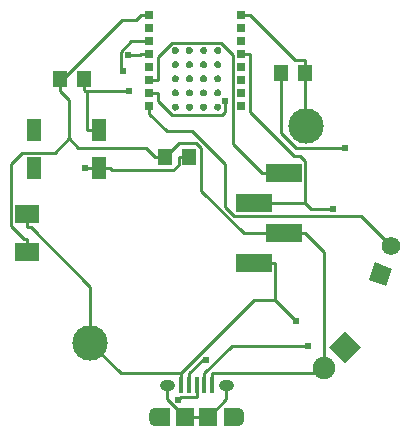
<source format=gtl>
G04 Layer: TopLayer*
G04 EasyEDA v5.9.42, Tue, 16 Apr 2019 11:47:19 GMT*
G04 d50fdd4d9f664dc78ddcbe030e5111f0*
G04 Gerber Generator version 0.2*
G04 Scale: 100 percent, Rotated: No, Reflected: No *
G04 Dimensions in inches *
G04 leading zeros omitted , absolute positions ,2 integer and 4 decimal *
%FSLAX24Y24*%
%MOIN*%
G90*
G70D02*

%ADD11C,0.009000*%
%ADD12C,0.024000*%
%ADD13R,0.120000X0.060000*%
%ADD14R,0.078740X0.063000*%
%ADD15R,0.031500X0.027560*%
%ADD16R,0.045670X0.057087*%
%ADD17R,0.015748X0.053150*%
%ADD18R,0.059055X0.061024*%
%ADD19R,0.051200X0.074800*%
%ADD20C,0.118110*%
%ADD22C,0.074803*%
%ADD24C,0.062000*%
%ADD25C,0.039370*%
%ADD26C,0.037402*%

%LPD*%
G54D11*
G01X5669Y14069D02*
G01X5384Y14069D01*
G01X2700Y11769D02*
G01X2700Y11840D01*
G01X4759Y13901D01*
G01X5215Y13901D01*
G01X5384Y14069D01*
G01X2700Y11769D02*
G01X2700Y11538D01*
G01X2700Y11950D02*
G01X2700Y11769D01*
G01X3005Y9953D02*
G01X3005Y11234D01*
G01X2700Y11538D01*
G01X3005Y9953D02*
G01X2521Y9469D01*
G01X1428Y9469D01*
G01X1067Y9109D01*
G01X1067Y7034D01*
G01X1490Y6611D01*
G01X1600Y6611D01*
G01X5846Y9350D02*
G01X5548Y9648D01*
G01X3309Y9648D01*
G01X3005Y9953D01*
G01X6200Y9350D02*
G01X5846Y9350D01*
G01X6200Y9350D02*
G01X6665Y9815D01*
G01X7226Y9815D01*
G01X7394Y9646D01*
G01X7394Y8215D01*
G01X8811Y6800D01*
G01X10150Y6800D01*
G01X7761Y1734D02*
G01X7761Y2126D01*
G01X7761Y2126D02*
G01X11326Y2126D01*
G01X11496Y2296D01*
G01X10876Y6800D02*
G01X11496Y6178D01*
G01X11496Y2296D01*
G01X10150Y6800D02*
G01X10876Y6800D01*
G01X1600Y6169D02*
G01X1600Y6611D01*
G01X6738Y2126D02*
G01X9169Y4557D01*
G01X9876Y4557D01*
G01X9876Y4557D02*
G01X9876Y5800D01*
G01X10573Y3859D02*
G01X9876Y4557D01*
G01X9150Y5800D02*
G01X9876Y5800D01*
G01X10850Y12150D02*
G01X10850Y12561D01*
G01X10850Y12561D02*
G01X10532Y12561D01*
G01X9023Y14069D01*
G01X10905Y10355D02*
G01X10850Y10409D01*
G01X10850Y12150D01*
G01X8740Y14069D02*
G01X9023Y14069D01*
G01X1600Y6988D02*
G01X1719Y6988D01*
G01X3694Y5011D01*
G01X3694Y3144D01*
G01X1600Y7430D02*
G01X1600Y6988D01*
G01X6738Y1734D02*
G01X6738Y2126D01*
G01X6738Y2126D02*
G01X4713Y2126D01*
G01X3694Y3144D01*
G01X10150Y8800D02*
G01X9423Y8800D01*
G01X5669Y11905D02*
G01X5951Y11905D01*
G01X5951Y11905D02*
G01X5951Y12667D01*
G01X6421Y13136D01*
G01X8063Y13136D01*
G01X8455Y12744D01*
G01X8455Y9767D01*
G01X9423Y8800D01*
G01X8740Y12771D02*
G01X9023Y12771D01*
G01X10876Y7800D02*
G01X11059Y7617D01*
G01X11794Y7617D01*
G01X9023Y12771D02*
G01X9023Y10844D01*
G01X10484Y9382D01*
G01X10680Y9382D01*
G01X10876Y9186D01*
G01X10876Y7800D01*
G01X10876Y7800D02*
G01X9876Y7800D01*
G01X7505Y2126D02*
G01X8430Y3051D01*
G01X10967Y3051D01*
G01X7505Y1734D02*
G01X7505Y2126D01*
G01X9150Y7800D02*
G01X9876Y7800D01*
G01X10050Y12150D02*
G01X10050Y10142D01*
G01X10561Y9628D01*
G01X12203Y9628D01*
G01X5669Y13203D02*
G01X5073Y13203D01*
G01X4719Y12850D01*
G01X4719Y12271D01*
G01X4805Y12186D01*
G01X7555Y2578D02*
G01X7446Y2578D01*
G01X6994Y2126D01*
G01X6994Y1734D02*
G01X6994Y2126D01*
G01X7250Y1734D02*
G01X7250Y1342D01*
G01X7250Y1342D02*
G01X6734Y1342D01*
G01X6642Y1248D01*
G01X5669Y12771D02*
G01X5384Y12771D01*
G01X4967Y12748D02*
G01X5363Y12748D01*
G01X5384Y12771D01*
G01X5951Y11471D02*
G01X5951Y11209D01*
G01X6436Y10726D01*
G01X8082Y10726D01*
G01X8207Y10851D01*
G01X8207Y11213D01*
G01X5669Y11471D02*
G01X5951Y11471D01*
G01X5669Y10775D02*
G01X6246Y10196D01*
G01X7086Y10196D01*
G01X8196Y9086D01*
G01X8196Y7657D01*
G01X8482Y7371D01*
G01X12719Y7371D01*
G01X13721Y6369D01*
G01X5669Y11038D02*
G01X5669Y10775D01*
G01X3598Y11538D02*
G01X5007Y11538D01*
G01X3500Y11582D02*
G01X3542Y11538D01*
G01X3598Y11538D01*
G01X3598Y10230D02*
G01X3598Y11538D01*
G01X3500Y11950D02*
G01X3500Y11582D01*
G01X3980Y10230D02*
G01X3598Y10230D01*
G01X3598Y8969D02*
G01X3517Y8969D01*
G01X3980Y8969D02*
G01X3598Y8969D01*
G01X4171Y8969D02*
G01X3980Y8969D01*
G01X4171Y8969D02*
G01X4361Y8969D01*
G01X7000Y9350D02*
G01X6646Y9350D01*
G01X4361Y8969D02*
G01X4434Y8898D01*
G01X6459Y8898D01*
G01X6646Y9084D01*
G01X6646Y9350D01*
G01X7644Y671D02*
G01X8234Y1261D01*
G01X8234Y1734D01*
G01X7644Y671D02*
G01X7278Y671D01*
G01X6857Y671D02*
G01X7278Y671D01*
G01X6265Y1734D02*
G01X6265Y1261D01*
G01X6857Y671D01*
G54D13*
G01X10150Y8800D03*
G01X9150Y7800D03*
G01X10150Y6800D03*
G01X9150Y5800D03*
G54D14*
G01X1600Y6169D03*
G01X1600Y7430D03*
G54D15*
G01X5668Y14070D03*
G01X5668Y13637D03*
G01X5668Y13203D03*
G01X5668Y12771D03*
G01X5668Y12338D03*
G01X5668Y11905D03*
G01X5668Y11471D03*
G01X5668Y11038D03*
G01X8739Y11038D03*
G01X8739Y11471D03*
G01X8739Y11905D03*
G01X8739Y12338D03*
G01X8739Y12771D03*
G01X8739Y13203D03*
G01X8739Y13637D03*
G01X8739Y14070D03*
G36*
G01X6417Y10998D02*
G01X6417Y11013D01*
G01X6419Y11026D01*
G01X6425Y11040D01*
G01X6430Y11053D01*
G01X6438Y11065D01*
G01X6446Y11076D01*
G01X6457Y11088D01*
G01X6467Y11096D01*
G01X6480Y11103D01*
G01X6492Y11109D01*
G01X6507Y11113D01*
G01X6521Y11115D01*
G01X6534Y11117D01*
G01X6534Y11117D01*
G01X6548Y11115D01*
G01X6563Y11113D01*
G01X6576Y11109D01*
G01X6590Y11103D01*
G01X6601Y11096D01*
G01X6613Y11088D01*
G01X6623Y11076D01*
G01X6632Y11065D01*
G01X6640Y11053D01*
G01X6646Y11040D01*
G01X6650Y11026D01*
G01X6651Y11013D01*
G01X6653Y10998D01*
G01X6653Y10998D01*
G01X6651Y10984D01*
G01X6650Y10971D01*
G01X6646Y10957D01*
G01X6640Y10944D01*
G01X6632Y10932D01*
G01X6623Y10921D01*
G01X6613Y10911D01*
G01X6601Y10901D01*
G01X6590Y10894D01*
G01X6576Y10888D01*
G01X6563Y10884D01*
G01X6548Y10882D01*
G01X6534Y10880D01*
G01X6534Y10880D01*
G01X6521Y10882D01*
G01X6507Y10884D01*
G01X6492Y10888D01*
G01X6480Y10894D01*
G01X6467Y10901D01*
G01X6457Y10911D01*
G01X6446Y10921D01*
G01X6438Y10932D01*
G01X6430Y10944D01*
G01X6425Y10957D01*
G01X6419Y10971D01*
G01X6417Y10984D01*
G01X6417Y10998D01*
G01X6417Y10998D01*
G37*
G36*
G01X7126Y10998D02*
G01X7125Y10984D01*
G01X7121Y10971D01*
G01X7117Y10957D01*
G01X7111Y10944D01*
G01X7105Y10932D01*
G01X7096Y10921D01*
G01X7086Y10911D01*
G01X7075Y10901D01*
G01X7061Y10894D01*
G01X7048Y10888D01*
G01X7036Y10884D01*
G01X7021Y10882D01*
G01X7007Y10880D01*
G01X7007Y10880D01*
G01X6992Y10882D01*
G01X6978Y10884D01*
G01X6965Y10888D01*
G01X6953Y10894D01*
G01X6940Y10901D01*
G01X6928Y10911D01*
G01X6919Y10921D01*
G01X6909Y10932D01*
G01X6903Y10944D01*
G01X6896Y10957D01*
G01X6892Y10971D01*
G01X6890Y10984D01*
G01X6888Y10998D01*
G01X6888Y10998D01*
G01X6890Y11013D01*
G01X6892Y11026D01*
G01X6896Y11040D01*
G01X6903Y11053D01*
G01X6909Y11065D01*
G01X6919Y11076D01*
G01X6928Y11088D01*
G01X6940Y11096D01*
G01X6953Y11103D01*
G01X6965Y11109D01*
G01X6978Y11113D01*
G01X6992Y11115D01*
G01X7007Y11117D01*
G01X7007Y11117D01*
G01X7021Y11115D01*
G01X7036Y11113D01*
G01X7048Y11109D01*
G01X7061Y11103D01*
G01X7075Y11096D01*
G01X7086Y11088D01*
G01X7096Y11076D01*
G01X7105Y11065D01*
G01X7111Y11053D01*
G01X7117Y11040D01*
G01X7121Y11026D01*
G01X7125Y11013D01*
G01X7126Y10998D01*
G01X7126Y10998D01*
G37*
G36*
G01X7598Y10998D02*
G01X7596Y10984D01*
G01X7594Y10971D01*
G01X7590Y10957D01*
G01X7584Y10944D01*
G01X7576Y10932D01*
G01X7567Y10921D01*
G01X7557Y10911D01*
G01X7546Y10901D01*
G01X7534Y10894D01*
G01X7521Y10888D01*
G01X7507Y10884D01*
G01X7494Y10882D01*
G01X7480Y10880D01*
G01X7480Y10880D01*
G01X7465Y10882D01*
G01X7451Y10884D01*
G01X7438Y10888D01*
G01X7425Y10894D01*
G01X7413Y10901D01*
G01X7401Y10911D01*
G01X7392Y10921D01*
G01X7382Y10932D01*
G01X7375Y10944D01*
G01X7369Y10957D01*
G01X7365Y10971D01*
G01X7363Y10984D01*
G01X7361Y10998D01*
G01X7361Y10998D01*
G01X7363Y11013D01*
G01X7365Y11026D01*
G01X7369Y11040D01*
G01X7375Y11053D01*
G01X7382Y11065D01*
G01X7392Y11076D01*
G01X7401Y11088D01*
G01X7413Y11096D01*
G01X7425Y11103D01*
G01X7438Y11109D01*
G01X7451Y11113D01*
G01X7465Y11115D01*
G01X7480Y11117D01*
G01X7480Y11117D01*
G01X7494Y11115D01*
G01X7507Y11113D01*
G01X7521Y11109D01*
G01X7534Y11103D01*
G01X7546Y11096D01*
G01X7557Y11088D01*
G01X7567Y11076D01*
G01X7576Y11065D01*
G01X7584Y11053D01*
G01X7590Y11040D01*
G01X7594Y11026D01*
G01X7596Y11013D01*
G01X7598Y10998D01*
G01X7598Y10998D01*
G37*
G36*
G01X8071Y10998D02*
G01X8069Y10984D01*
G01X8067Y10971D01*
G01X8063Y10957D01*
G01X8057Y10944D01*
G01X8050Y10932D01*
G01X8040Y10921D01*
G01X8030Y10911D01*
G01X8019Y10901D01*
G01X8007Y10894D01*
G01X7994Y10888D01*
G01X7980Y10884D01*
G01X7967Y10882D01*
G01X7951Y10880D01*
G01X7951Y10880D01*
G01X7938Y10882D01*
G01X7923Y10884D01*
G01X7911Y10888D01*
G01X7898Y10894D01*
G01X7884Y10901D01*
G01X7873Y10911D01*
G01X7863Y10921D01*
G01X7855Y10932D01*
G01X7848Y10944D01*
G01X7842Y10957D01*
G01X7838Y10971D01*
G01X7834Y10984D01*
G01X7834Y10998D01*
G01X7834Y10998D01*
G01X7834Y11013D01*
G01X7838Y11026D01*
G01X7842Y11040D01*
G01X7848Y11053D01*
G01X7855Y11065D01*
G01X7863Y11076D01*
G01X7873Y11088D01*
G01X7884Y11096D01*
G01X7898Y11103D01*
G01X7911Y11109D01*
G01X7923Y11113D01*
G01X7938Y11115D01*
G01X7951Y11117D01*
G01X7951Y11117D01*
G01X7967Y11115D01*
G01X7980Y11113D01*
G01X7994Y11109D01*
G01X8007Y11103D01*
G01X8019Y11096D01*
G01X8030Y11088D01*
G01X8040Y11076D01*
G01X8050Y11065D01*
G01X8057Y11053D01*
G01X8063Y11040D01*
G01X8067Y11026D01*
G01X8069Y11013D01*
G01X8071Y10998D01*
G01X8071Y10998D01*
G37*
G36*
G01X6653Y11471D02*
G01X6651Y11457D01*
G01X6650Y11442D01*
G01X6646Y11430D01*
G01X6640Y11417D01*
G01X6632Y11405D01*
G01X6623Y11392D01*
G01X6613Y11382D01*
G01X6601Y11373D01*
G01X6590Y11367D01*
G01X6576Y11361D01*
G01X6563Y11357D01*
G01X6548Y11353D01*
G01X6534Y11353D01*
G01X6534Y11353D01*
G01X6521Y11353D01*
G01X6507Y11357D01*
G01X6492Y11361D01*
G01X6480Y11367D01*
G01X6467Y11373D01*
G01X6457Y11382D01*
G01X6446Y11392D01*
G01X6438Y11405D01*
G01X6430Y11417D01*
G01X6425Y11430D01*
G01X6419Y11442D01*
G01X6417Y11457D01*
G01X6417Y11471D01*
G01X6417Y11471D01*
G01X6417Y11486D01*
G01X6419Y11500D01*
G01X6425Y11513D01*
G01X6430Y11526D01*
G01X6438Y11538D01*
G01X6446Y11550D01*
G01X6457Y11559D01*
G01X6467Y11569D01*
G01X6480Y11576D01*
G01X6492Y11582D01*
G01X6507Y11586D01*
G01X6521Y11588D01*
G01X6534Y11590D01*
G01X6534Y11590D01*
G01X6548Y11588D01*
G01X6563Y11586D01*
G01X6576Y11582D01*
G01X6590Y11576D01*
G01X6601Y11569D01*
G01X6613Y11559D01*
G01X6623Y11550D01*
G01X6632Y11538D01*
G01X6640Y11526D01*
G01X6646Y11513D01*
G01X6650Y11500D01*
G01X6651Y11486D01*
G01X6653Y11471D01*
G01X6653Y11471D01*
G37*
G36*
G01X7126Y11471D02*
G01X7125Y11457D01*
G01X7121Y11442D01*
G01X7117Y11430D01*
G01X7111Y11417D01*
G01X7105Y11405D01*
G01X7096Y11392D01*
G01X7086Y11382D01*
G01X7075Y11373D01*
G01X7061Y11367D01*
G01X7048Y11361D01*
G01X7036Y11357D01*
G01X7021Y11353D01*
G01X7007Y11353D01*
G01X7007Y11353D01*
G01X6992Y11353D01*
G01X6978Y11357D01*
G01X6965Y11361D01*
G01X6953Y11367D01*
G01X6940Y11373D01*
G01X6928Y11382D01*
G01X6919Y11392D01*
G01X6909Y11405D01*
G01X6903Y11417D01*
G01X6896Y11430D01*
G01X6892Y11442D01*
G01X6890Y11457D01*
G01X6888Y11471D01*
G01X6888Y11471D01*
G01X6890Y11486D01*
G01X6892Y11500D01*
G01X6896Y11513D01*
G01X6903Y11526D01*
G01X6909Y11538D01*
G01X6919Y11550D01*
G01X6928Y11559D01*
G01X6940Y11569D01*
G01X6953Y11576D01*
G01X6965Y11582D01*
G01X6978Y11586D01*
G01X6992Y11588D01*
G01X7007Y11590D01*
G01X7007Y11590D01*
G01X7021Y11588D01*
G01X7036Y11586D01*
G01X7048Y11582D01*
G01X7061Y11576D01*
G01X7075Y11569D01*
G01X7086Y11559D01*
G01X7096Y11550D01*
G01X7105Y11538D01*
G01X7111Y11526D01*
G01X7117Y11513D01*
G01X7121Y11500D01*
G01X7125Y11486D01*
G01X7126Y11471D01*
G01X7126Y11471D01*
G37*
G36*
G01X7598Y11471D02*
G01X7596Y11457D01*
G01X7594Y11442D01*
G01X7590Y11430D01*
G01X7584Y11417D01*
G01X7576Y11405D01*
G01X7567Y11392D01*
G01X7557Y11382D01*
G01X7546Y11373D01*
G01X7534Y11367D01*
G01X7521Y11361D01*
G01X7507Y11357D01*
G01X7494Y11353D01*
G01X7480Y11353D01*
G01X7480Y11353D01*
G01X7465Y11353D01*
G01X7451Y11357D01*
G01X7438Y11361D01*
G01X7425Y11367D01*
G01X7413Y11373D01*
G01X7401Y11382D01*
G01X7392Y11392D01*
G01X7382Y11405D01*
G01X7375Y11417D01*
G01X7369Y11430D01*
G01X7365Y11442D01*
G01X7363Y11457D01*
G01X7361Y11471D01*
G01X7361Y11471D01*
G01X7363Y11486D01*
G01X7365Y11500D01*
G01X7369Y11513D01*
G01X7375Y11526D01*
G01X7382Y11538D01*
G01X7392Y11550D01*
G01X7401Y11559D01*
G01X7413Y11569D01*
G01X7425Y11576D01*
G01X7438Y11582D01*
G01X7451Y11586D01*
G01X7465Y11588D01*
G01X7480Y11590D01*
G01X7480Y11590D01*
G01X7494Y11588D01*
G01X7507Y11586D01*
G01X7521Y11582D01*
G01X7534Y11576D01*
G01X7546Y11569D01*
G01X7557Y11559D01*
G01X7567Y11550D01*
G01X7576Y11538D01*
G01X7584Y11526D01*
G01X7590Y11513D01*
G01X7594Y11500D01*
G01X7596Y11486D01*
G01X7598Y11471D01*
G01X7598Y11471D01*
G37*
G36*
G01X8071Y11471D02*
G01X8069Y11457D01*
G01X8067Y11442D01*
G01X8063Y11430D01*
G01X8057Y11417D01*
G01X8050Y11405D01*
G01X8040Y11392D01*
G01X8030Y11382D01*
G01X8019Y11373D01*
G01X8007Y11367D01*
G01X7994Y11361D01*
G01X7980Y11357D01*
G01X7967Y11353D01*
G01X7951Y11353D01*
G01X7951Y11353D01*
G01X7938Y11353D01*
G01X7923Y11357D01*
G01X7911Y11361D01*
G01X7898Y11367D01*
G01X7884Y11373D01*
G01X7873Y11382D01*
G01X7863Y11392D01*
G01X7855Y11405D01*
G01X7848Y11417D01*
G01X7842Y11430D01*
G01X7838Y11442D01*
G01X7834Y11457D01*
G01X7834Y11471D01*
G01X7834Y11471D01*
G01X7834Y11486D01*
G01X7838Y11500D01*
G01X7842Y11513D01*
G01X7848Y11526D01*
G01X7855Y11538D01*
G01X7863Y11550D01*
G01X7873Y11559D01*
G01X7884Y11569D01*
G01X7898Y11576D01*
G01X7911Y11582D01*
G01X7923Y11586D01*
G01X7938Y11588D01*
G01X7951Y11590D01*
G01X7951Y11590D01*
G01X7967Y11588D01*
G01X7980Y11586D01*
G01X7994Y11582D01*
G01X8007Y11576D01*
G01X8019Y11569D01*
G01X8030Y11559D01*
G01X8040Y11550D01*
G01X8050Y11538D01*
G01X8057Y11526D01*
G01X8063Y11513D01*
G01X8067Y11500D01*
G01X8069Y11486D01*
G01X8071Y11471D01*
G01X8071Y11471D01*
G37*
G36*
G01X6653Y11944D02*
G01X6651Y11930D01*
G01X6650Y11915D01*
G01X6646Y11901D01*
G01X6640Y11888D01*
G01X6632Y11876D01*
G01X6623Y11865D01*
G01X6613Y11855D01*
G01X6601Y11846D01*
G01X6590Y11838D01*
G01X6576Y11834D01*
G01X6563Y11828D01*
G01X6548Y11826D01*
G01X6534Y11826D01*
G01X6534Y11826D01*
G01X6521Y11826D01*
G01X6507Y11828D01*
G01X6492Y11834D01*
G01X6480Y11838D01*
G01X6467Y11846D01*
G01X6457Y11855D01*
G01X6446Y11865D01*
G01X6438Y11876D01*
G01X6430Y11888D01*
G01X6425Y11901D01*
G01X6419Y11915D01*
G01X6417Y11930D01*
G01X6417Y11944D01*
G01X6417Y11944D01*
G01X6417Y11957D01*
G01X6419Y11971D01*
G01X6425Y11986D01*
G01X6430Y11998D01*
G01X6438Y12011D01*
G01X6446Y12021D01*
G01X6457Y12032D01*
G01X6467Y12040D01*
G01X6480Y12048D01*
G01X6492Y12053D01*
G01X6507Y12059D01*
G01X6521Y12061D01*
G01X6534Y12061D01*
G01X6534Y12061D01*
G01X6548Y12061D01*
G01X6563Y12059D01*
G01X6576Y12053D01*
G01X6590Y12048D01*
G01X6601Y12040D01*
G01X6613Y12032D01*
G01X6623Y12021D01*
G01X6632Y12011D01*
G01X6640Y11998D01*
G01X6646Y11986D01*
G01X6650Y11971D01*
G01X6651Y11957D01*
G01X6653Y11944D01*
G01X6653Y11944D01*
G37*
G36*
G01X8071Y11944D02*
G01X8069Y11930D01*
G01X8067Y11915D01*
G01X8063Y11901D01*
G01X8057Y11888D01*
G01X8050Y11876D01*
G01X8040Y11865D01*
G01X8030Y11855D01*
G01X8019Y11846D01*
G01X8007Y11838D01*
G01X7994Y11834D01*
G01X7980Y11828D01*
G01X7967Y11826D01*
G01X7951Y11826D01*
G01X7951Y11826D01*
G01X7938Y11826D01*
G01X7923Y11828D01*
G01X7911Y11834D01*
G01X7898Y11838D01*
G01X7884Y11846D01*
G01X7873Y11855D01*
G01X7863Y11865D01*
G01X7855Y11876D01*
G01X7848Y11888D01*
G01X7842Y11901D01*
G01X7838Y11915D01*
G01X7834Y11930D01*
G01X7834Y11944D01*
G01X7834Y11944D01*
G01X7834Y11957D01*
G01X7838Y11971D01*
G01X7842Y11986D01*
G01X7848Y11998D01*
G01X7855Y12011D01*
G01X7863Y12021D01*
G01X7873Y12032D01*
G01X7884Y12040D01*
G01X7898Y12048D01*
G01X7911Y12053D01*
G01X7923Y12059D01*
G01X7938Y12061D01*
G01X7951Y12061D01*
G01X7951Y12061D01*
G01X7967Y12061D01*
G01X7980Y12059D01*
G01X7994Y12053D01*
G01X8007Y12048D01*
G01X8019Y12040D01*
G01X8030Y12032D01*
G01X8040Y12021D01*
G01X8050Y12011D01*
G01X8057Y11998D01*
G01X8063Y11986D01*
G01X8067Y11971D01*
G01X8069Y11957D01*
G01X8071Y11944D01*
G01X8071Y11944D01*
G37*
G36*
G01X6653Y12415D02*
G01X6651Y12401D01*
G01X6650Y12388D01*
G01X6646Y12375D01*
G01X6640Y12361D01*
G01X6632Y12348D01*
G01X6623Y12338D01*
G01X6613Y12328D01*
G01X6601Y12319D01*
G01X6590Y12311D01*
G01X6576Y12305D01*
G01X6563Y12301D01*
G01X6548Y12298D01*
G01X6534Y12298D01*
G01X6534Y12298D01*
G01X6521Y12298D01*
G01X6507Y12301D01*
G01X6492Y12305D01*
G01X6480Y12311D01*
G01X6467Y12319D01*
G01X6457Y12328D01*
G01X6446Y12338D01*
G01X6438Y12348D01*
G01X6430Y12361D01*
G01X6425Y12375D01*
G01X6419Y12388D01*
G01X6417Y12401D01*
G01X6417Y12415D01*
G01X6417Y12415D01*
G01X6417Y12430D01*
G01X6419Y12444D01*
G01X6425Y12457D01*
G01X6430Y12471D01*
G01X6438Y12484D01*
G01X6446Y12494D01*
G01X6457Y12505D01*
G01X6467Y12513D01*
G01X6480Y12521D01*
G01X6492Y12526D01*
G01X6507Y12530D01*
G01X6521Y12534D01*
G01X6534Y12534D01*
G01X6534Y12534D01*
G01X6548Y12534D01*
G01X6563Y12530D01*
G01X6576Y12526D01*
G01X6590Y12521D01*
G01X6601Y12513D01*
G01X6613Y12505D01*
G01X6623Y12494D01*
G01X6632Y12484D01*
G01X6640Y12471D01*
G01X6646Y12457D01*
G01X6650Y12444D01*
G01X6651Y12430D01*
G01X6653Y12415D01*
G01X6653Y12415D01*
G37*
G36*
G01X7126Y12415D02*
G01X7125Y12401D01*
G01X7121Y12388D01*
G01X7117Y12375D01*
G01X7111Y12361D01*
G01X7105Y12348D01*
G01X7096Y12338D01*
G01X7086Y12328D01*
G01X7075Y12319D01*
G01X7061Y12311D01*
G01X7048Y12305D01*
G01X7036Y12301D01*
G01X7021Y12298D01*
G01X7007Y12298D01*
G01X7007Y12298D01*
G01X6992Y12298D01*
G01X6978Y12301D01*
G01X6965Y12305D01*
G01X6953Y12311D01*
G01X6940Y12319D01*
G01X6928Y12328D01*
G01X6919Y12338D01*
G01X6909Y12348D01*
G01X6903Y12361D01*
G01X6896Y12375D01*
G01X6892Y12388D01*
G01X6890Y12401D01*
G01X6888Y12415D01*
G01X6888Y12415D01*
G01X6890Y12430D01*
G01X6892Y12444D01*
G01X6896Y12457D01*
G01X6903Y12471D01*
G01X6909Y12484D01*
G01X6919Y12494D01*
G01X6928Y12505D01*
G01X6940Y12513D01*
G01X6953Y12521D01*
G01X6965Y12526D01*
G01X6978Y12530D01*
G01X6992Y12534D01*
G01X7007Y12534D01*
G01X7007Y12534D01*
G01X7021Y12534D01*
G01X7036Y12530D01*
G01X7048Y12526D01*
G01X7061Y12521D01*
G01X7075Y12513D01*
G01X7086Y12505D01*
G01X7096Y12494D01*
G01X7105Y12484D01*
G01X7111Y12471D01*
G01X7117Y12457D01*
G01X7121Y12444D01*
G01X7125Y12430D01*
G01X7126Y12415D01*
G01X7126Y12415D01*
G37*
G36*
G01X7598Y12415D02*
G01X7596Y12401D01*
G01X7594Y12388D01*
G01X7590Y12375D01*
G01X7584Y12361D01*
G01X7576Y12348D01*
G01X7567Y12338D01*
G01X7557Y12328D01*
G01X7546Y12319D01*
G01X7534Y12311D01*
G01X7521Y12305D01*
G01X7507Y12301D01*
G01X7494Y12298D01*
G01X7480Y12298D01*
G01X7480Y12298D01*
G01X7465Y12298D01*
G01X7451Y12301D01*
G01X7438Y12305D01*
G01X7425Y12311D01*
G01X7413Y12319D01*
G01X7401Y12328D01*
G01X7392Y12338D01*
G01X7382Y12348D01*
G01X7375Y12361D01*
G01X7369Y12375D01*
G01X7365Y12388D01*
G01X7363Y12401D01*
G01X7361Y12415D01*
G01X7361Y12415D01*
G01X7363Y12430D01*
G01X7365Y12444D01*
G01X7369Y12457D01*
G01X7375Y12471D01*
G01X7382Y12484D01*
G01X7392Y12494D01*
G01X7401Y12505D01*
G01X7413Y12513D01*
G01X7425Y12521D01*
G01X7438Y12526D01*
G01X7451Y12530D01*
G01X7465Y12534D01*
G01X7480Y12534D01*
G01X7480Y12534D01*
G01X7494Y12534D01*
G01X7507Y12530D01*
G01X7521Y12526D01*
G01X7534Y12521D01*
G01X7546Y12513D01*
G01X7557Y12505D01*
G01X7567Y12494D01*
G01X7576Y12484D01*
G01X7584Y12471D01*
G01X7590Y12457D01*
G01X7594Y12444D01*
G01X7596Y12430D01*
G01X7598Y12415D01*
G01X7598Y12415D01*
G37*
G36*
G01X8071Y12415D02*
G01X8069Y12401D01*
G01X8067Y12388D01*
G01X8063Y12375D01*
G01X8057Y12361D01*
G01X8050Y12348D01*
G01X8040Y12338D01*
G01X8030Y12328D01*
G01X8019Y12319D01*
G01X8007Y12311D01*
G01X7994Y12305D01*
G01X7980Y12301D01*
G01X7967Y12298D01*
G01X7951Y12298D01*
G01X7951Y12298D01*
G01X7938Y12298D01*
G01X7923Y12301D01*
G01X7911Y12305D01*
G01X7898Y12311D01*
G01X7884Y12319D01*
G01X7873Y12328D01*
G01X7863Y12338D01*
G01X7855Y12348D01*
G01X7848Y12361D01*
G01X7842Y12375D01*
G01X7838Y12388D01*
G01X7834Y12401D01*
G01X7834Y12415D01*
G01X7834Y12415D01*
G01X7834Y12430D01*
G01X7838Y12444D01*
G01X7842Y12457D01*
G01X7848Y12471D01*
G01X7855Y12484D01*
G01X7863Y12494D01*
G01X7873Y12505D01*
G01X7884Y12513D01*
G01X7898Y12521D01*
G01X7911Y12526D01*
G01X7923Y12530D01*
G01X7938Y12534D01*
G01X7951Y12534D01*
G01X7951Y12534D01*
G01X7967Y12534D01*
G01X7980Y12530D01*
G01X7994Y12526D01*
G01X8007Y12521D01*
G01X8019Y12513D01*
G01X8030Y12505D01*
G01X8040Y12494D01*
G01X8050Y12484D01*
G01X8057Y12471D01*
G01X8063Y12457D01*
G01X8067Y12444D01*
G01X8069Y12430D01*
G01X8071Y12415D01*
G01X8071Y12415D01*
G37*
G36*
G01X6653Y12888D02*
G01X6651Y12875D01*
G01X6650Y12861D01*
G01X6646Y12846D01*
G01X6640Y12834D01*
G01X6632Y12821D01*
G01X6623Y12811D01*
G01X6613Y12801D01*
G01X6601Y12792D01*
G01X6590Y12784D01*
G01X6576Y12778D01*
G01X6563Y12773D01*
G01X6548Y12771D01*
G01X6534Y12771D01*
G01X6534Y12771D01*
G01X6521Y12771D01*
G01X6507Y12773D01*
G01X6492Y12778D01*
G01X6480Y12784D01*
G01X6467Y12792D01*
G01X6457Y12801D01*
G01X6446Y12811D01*
G01X6438Y12821D01*
G01X6430Y12834D01*
G01X6425Y12846D01*
G01X6419Y12861D01*
G01X6417Y12875D01*
G01X6417Y12888D01*
G01X6417Y12888D01*
G01X6417Y12903D01*
G01X6419Y12917D01*
G01X6425Y12930D01*
G01X6430Y12944D01*
G01X6438Y12955D01*
G01X6446Y12967D01*
G01X6457Y12976D01*
G01X6467Y12986D01*
G01X6480Y12994D01*
G01X6492Y12998D01*
G01X6507Y13003D01*
G01X6521Y13005D01*
G01X6534Y13007D01*
G01X6534Y13007D01*
G01X6548Y13005D01*
G01X6563Y13003D01*
G01X6576Y12998D01*
G01X6590Y12994D01*
G01X6601Y12986D01*
G01X6613Y12976D01*
G01X6623Y12967D01*
G01X6632Y12955D01*
G01X6640Y12944D01*
G01X6646Y12930D01*
G01X6650Y12917D01*
G01X6651Y12903D01*
G01X6653Y12888D01*
G01X6653Y12888D01*
G37*
G36*
G01X7126Y12888D02*
G01X7125Y12875D01*
G01X7121Y12861D01*
G01X7117Y12846D01*
G01X7111Y12834D01*
G01X7105Y12821D01*
G01X7096Y12811D01*
G01X7086Y12801D01*
G01X7075Y12792D01*
G01X7061Y12784D01*
G01X7048Y12778D01*
G01X7036Y12773D01*
G01X7021Y12771D01*
G01X7007Y12771D01*
G01X7007Y12771D01*
G01X6992Y12771D01*
G01X6978Y12773D01*
G01X6965Y12778D01*
G01X6953Y12784D01*
G01X6940Y12792D01*
G01X6928Y12801D01*
G01X6919Y12811D01*
G01X6909Y12821D01*
G01X6903Y12834D01*
G01X6896Y12846D01*
G01X6892Y12861D01*
G01X6890Y12875D01*
G01X6888Y12888D01*
G01X6888Y12888D01*
G01X6890Y12903D01*
G01X6892Y12917D01*
G01X6896Y12930D01*
G01X6903Y12944D01*
G01X6909Y12955D01*
G01X6919Y12967D01*
G01X6928Y12976D01*
G01X6940Y12986D01*
G01X6953Y12994D01*
G01X6965Y12998D01*
G01X6978Y13003D01*
G01X6992Y13005D01*
G01X7007Y13007D01*
G01X7007Y13007D01*
G01X7021Y13005D01*
G01X7036Y13003D01*
G01X7048Y12998D01*
G01X7061Y12994D01*
G01X7075Y12986D01*
G01X7086Y12976D01*
G01X7096Y12967D01*
G01X7105Y12955D01*
G01X7111Y12944D01*
G01X7117Y12930D01*
G01X7121Y12917D01*
G01X7125Y12903D01*
G01X7126Y12888D01*
G01X7126Y12888D01*
G37*
G36*
G01X7598Y12888D02*
G01X7596Y12875D01*
G01X7594Y12861D01*
G01X7590Y12846D01*
G01X7584Y12834D01*
G01X7576Y12821D01*
G01X7567Y12811D01*
G01X7557Y12801D01*
G01X7546Y12792D01*
G01X7534Y12784D01*
G01X7521Y12778D01*
G01X7507Y12773D01*
G01X7494Y12771D01*
G01X7480Y12771D01*
G01X7480Y12771D01*
G01X7465Y12771D01*
G01X7451Y12773D01*
G01X7438Y12778D01*
G01X7425Y12784D01*
G01X7413Y12792D01*
G01X7401Y12801D01*
G01X7392Y12811D01*
G01X7382Y12821D01*
G01X7375Y12834D01*
G01X7369Y12846D01*
G01X7365Y12861D01*
G01X7363Y12875D01*
G01X7361Y12888D01*
G01X7361Y12888D01*
G01X7363Y12903D01*
G01X7365Y12917D01*
G01X7369Y12930D01*
G01X7375Y12944D01*
G01X7382Y12955D01*
G01X7392Y12967D01*
G01X7401Y12976D01*
G01X7413Y12986D01*
G01X7425Y12994D01*
G01X7438Y12998D01*
G01X7451Y13003D01*
G01X7465Y13005D01*
G01X7480Y13007D01*
G01X7480Y13007D01*
G01X7494Y13005D01*
G01X7507Y13003D01*
G01X7521Y12998D01*
G01X7534Y12994D01*
G01X7546Y12986D01*
G01X7557Y12976D01*
G01X7567Y12967D01*
G01X7576Y12955D01*
G01X7584Y12944D01*
G01X7590Y12930D01*
G01X7594Y12917D01*
G01X7596Y12903D01*
G01X7598Y12888D01*
G01X7598Y12888D01*
G37*
G36*
G01X8071Y12888D02*
G01X8069Y12875D01*
G01X8067Y12861D01*
G01X8063Y12846D01*
G01X8057Y12834D01*
G01X8050Y12821D01*
G01X8040Y12811D01*
G01X8030Y12801D01*
G01X8019Y12792D01*
G01X8007Y12784D01*
G01X7994Y12778D01*
G01X7980Y12773D01*
G01X7967Y12771D01*
G01X7951Y12771D01*
G01X7951Y12771D01*
G01X7938Y12771D01*
G01X7923Y12773D01*
G01X7911Y12778D01*
G01X7898Y12784D01*
G01X7884Y12792D01*
G01X7873Y12801D01*
G01X7863Y12811D01*
G01X7855Y12821D01*
G01X7848Y12834D01*
G01X7842Y12846D01*
G01X7838Y12861D01*
G01X7834Y12875D01*
G01X7834Y12888D01*
G01X7834Y12888D01*
G01X7834Y12903D01*
G01X7838Y12917D01*
G01X7842Y12930D01*
G01X7848Y12944D01*
G01X7855Y12955D01*
G01X7863Y12967D01*
G01X7873Y12976D01*
G01X7884Y12986D01*
G01X7898Y12994D01*
G01X7911Y12998D01*
G01X7923Y13003D01*
G01X7938Y13005D01*
G01X7951Y13007D01*
G01X7951Y13007D01*
G01X7967Y13005D01*
G01X7980Y13003D01*
G01X7994Y12998D01*
G01X8007Y12994D01*
G01X8019Y12986D01*
G01X8030Y12976D01*
G01X8040Y12967D01*
G01X8050Y12955D01*
G01X8057Y12944D01*
G01X8063Y12930D01*
G01X8067Y12917D01*
G01X8069Y12903D01*
G01X8071Y12888D01*
G01X8071Y12888D01*
G37*
G54D16*
G01X2700Y11950D03*
G01X3500Y11950D03*
G01X6200Y9350D03*
G01X7000Y9350D03*
G54D17*
G01X7761Y1734D03*
G01X7505Y1734D03*
G01X7250Y1734D03*
G01X6994Y1734D03*
G01X6738Y1734D03*
G54D18*
G01X6856Y671D03*
G01X7643Y671D03*
G54D19*
G01X3980Y10230D03*
G01X1819Y10230D03*
G01X1819Y8969D03*
G01X3980Y8969D03*
G54D16*
G01X10050Y12150D03*
G01X10850Y12150D03*

%LPD*%
G36*
G01X6344Y975D02*
G01X5872Y975D01*
G01X5872Y365D01*
G01X6344Y365D01*
G01X6344Y975D01*
G37*

%LPD*%
G36*
G01X8628Y975D02*
G01X8155Y975D01*
G01X8155Y365D01*
G01X8628Y365D01*
G01X8628Y975D01*
G37*
G54D20*
G01X10904Y10354D03*
G01X3695Y3145D03*
G36*
G01X12732Y3003D02*
G01X12203Y2475D01*
G01X11675Y3003D01*
G01X12203Y3532D01*
G01X12732Y3003D01*
G37*
G54D22*
G01X11496Y2296D03*
G36*
G01X7126Y11944D02*
G01X7125Y11930D01*
G01X7121Y11915D01*
G01X7117Y11901D01*
G01X7111Y11888D01*
G01X7105Y11876D01*
G01X7096Y11865D01*
G01X7086Y11855D01*
G01X7075Y11846D01*
G01X7061Y11838D01*
G01X7048Y11834D01*
G01X7036Y11828D01*
G01X7021Y11826D01*
G01X7007Y11826D01*
G01X7007Y11826D01*
G01X6992Y11826D01*
G01X6978Y11828D01*
G01X6965Y11834D01*
G01X6953Y11838D01*
G01X6940Y11846D01*
G01X6928Y11855D01*
G01X6919Y11865D01*
G01X6909Y11876D01*
G01X6903Y11888D01*
G01X6896Y11901D01*
G01X6892Y11915D01*
G01X6890Y11930D01*
G01X6888Y11944D01*
G01X6888Y11944D01*
G01X6890Y11957D01*
G01X6892Y11971D01*
G01X6896Y11986D01*
G01X6903Y11998D01*
G01X6909Y12011D01*
G01X6919Y12021D01*
G01X6928Y12032D01*
G01X6940Y12040D01*
G01X6953Y12048D01*
G01X6965Y12053D01*
G01X6978Y12059D01*
G01X6992Y12061D01*
G01X7007Y12061D01*
G01X7007Y12061D01*
G01X7021Y12061D01*
G01X7036Y12059D01*
G01X7048Y12053D01*
G01X7061Y12048D01*
G01X7075Y12040D01*
G01X7086Y12032D01*
G01X7096Y12021D01*
G01X7105Y12011D01*
G01X7111Y11998D01*
G01X7117Y11986D01*
G01X7121Y11971D01*
G01X7125Y11957D01*
G01X7126Y11944D01*
G01X7126Y11944D01*
G37*
G36*
G01X7598Y11944D02*
G01X7596Y11930D01*
G01X7594Y11915D01*
G01X7590Y11901D01*
G01X7584Y11888D01*
G01X7576Y11876D01*
G01X7567Y11865D01*
G01X7557Y11855D01*
G01X7546Y11846D01*
G01X7534Y11838D01*
G01X7521Y11834D01*
G01X7507Y11828D01*
G01X7494Y11826D01*
G01X7480Y11826D01*
G01X7480Y11826D01*
G01X7465Y11826D01*
G01X7451Y11828D01*
G01X7438Y11834D01*
G01X7425Y11838D01*
G01X7413Y11846D01*
G01X7401Y11855D01*
G01X7392Y11865D01*
G01X7382Y11876D01*
G01X7375Y11888D01*
G01X7369Y11901D01*
G01X7365Y11915D01*
G01X7363Y11930D01*
G01X7361Y11944D01*
G01X7361Y11944D01*
G01X7363Y11957D01*
G01X7365Y11971D01*
G01X7369Y11986D01*
G01X7375Y11998D01*
G01X7382Y12011D01*
G01X7392Y12021D01*
G01X7401Y12032D01*
G01X7413Y12040D01*
G01X7425Y12048D01*
G01X7438Y12053D01*
G01X7451Y12059D01*
G01X7465Y12061D01*
G01X7480Y12061D01*
G01X7480Y12061D01*
G01X7494Y12061D01*
G01X7507Y12059D01*
G01X7521Y12053D01*
G01X7534Y12048D01*
G01X7546Y12040D01*
G01X7557Y12032D01*
G01X7567Y12021D01*
G01X7576Y12011D01*
G01X7584Y11998D01*
G01X7590Y11986D01*
G01X7594Y11971D01*
G01X7596Y11957D01*
G01X7598Y11944D01*
G01X7598Y11944D01*
G37*
G36*
G01X5867Y365D02*
G01X5857Y365D01*
G01X5848Y367D01*
G01X5838Y369D01*
G01X5828Y371D01*
G01X5819Y373D01*
G01X5809Y376D01*
G01X5800Y378D01*
G01X5790Y382D01*
G01X5782Y386D01*
G01X5773Y392D01*
G01X5765Y396D01*
G01X5757Y403D01*
G01X5748Y409D01*
G01X5742Y415D01*
G01X5734Y421D01*
G01X5728Y428D01*
G01X5721Y436D01*
G01X5715Y444D01*
G01X5709Y451D01*
G01X5703Y459D01*
G01X5698Y467D01*
G01X5694Y476D01*
G01X5690Y486D01*
G01X5686Y494D01*
G01X5684Y505D01*
G01X5680Y513D01*
G01X5678Y523D01*
G01X5676Y532D01*
G01X5676Y542D01*
G01X5675Y553D01*
G01X5675Y563D01*
G01X5675Y778D01*
G01X5675Y788D01*
G01X5676Y798D01*
G01X5676Y807D01*
G01X5678Y817D01*
G01X5680Y828D01*
G01X5684Y836D01*
G01X5686Y846D01*
G01X5690Y855D01*
G01X5694Y865D01*
G01X5698Y873D01*
G01X5703Y882D01*
G01X5709Y890D01*
G01X5715Y898D01*
G01X5721Y905D01*
G01X5728Y913D01*
G01X5734Y919D01*
G01X5742Y926D01*
G01X5748Y932D01*
G01X5757Y938D01*
G01X5765Y944D01*
G01X5773Y950D01*
G01X5782Y953D01*
G01X5790Y959D01*
G01X5800Y961D01*
G01X5809Y965D01*
G01X5819Y969D01*
G01X5828Y971D01*
G01X5838Y973D01*
G01X5848Y973D01*
G01X5857Y975D01*
G01X5867Y976D01*
G01X5876Y976D01*
G01X5886Y975D01*
G01X5896Y973D01*
G01X5905Y973D01*
G01X5915Y971D01*
G01X5925Y969D01*
G01X5934Y965D01*
G01X5944Y961D01*
G01X5953Y959D01*
G01X5961Y953D01*
G01X5969Y950D01*
G01X5978Y944D01*
G01X5986Y938D01*
G01X5994Y932D01*
G01X6001Y926D01*
G01X6009Y919D01*
G01X6015Y913D01*
G01X6023Y905D01*
G01X6028Y898D01*
G01X6034Y890D01*
G01X6040Y882D01*
G01X6044Y873D01*
G01X6048Y865D01*
G01X6053Y855D01*
G01X6057Y846D01*
G01X6059Y836D01*
G01X6063Y828D01*
G01X6065Y817D01*
G01X6067Y807D01*
G01X6067Y798D01*
G01X6069Y788D01*
G01X6069Y778D01*
G01X6069Y563D01*
G01X6069Y553D01*
G01X6067Y542D01*
G01X6067Y532D01*
G01X6065Y523D01*
G01X6063Y513D01*
G01X6059Y505D01*
G01X6057Y494D01*
G01X6053Y486D01*
G01X6048Y476D01*
G01X6044Y467D01*
G01X6040Y459D01*
G01X6034Y451D01*
G01X6028Y444D01*
G01X6023Y436D01*
G01X6015Y428D01*
G01X6009Y421D01*
G01X6001Y415D01*
G01X5994Y409D01*
G01X5986Y403D01*
G01X5978Y396D01*
G01X5969Y392D01*
G01X5961Y386D01*
G01X5953Y382D01*
G01X5944Y378D01*
G01X5934Y376D01*
G01X5925Y373D01*
G01X5915Y371D01*
G01X5905Y369D01*
G01X5896Y367D01*
G01X5886Y365D01*
G01X5876Y365D01*
G01X5867Y365D01*
G37*
G36*
G01X13193Y5827D02*
G01X13776Y5615D01*
G01X13564Y5032D01*
G01X12981Y5244D01*
G01X13193Y5827D01*
G37*
G54D24*
G01X13721Y6369D03*
G54D12*
G01X10573Y3859D03*
G01X11794Y7617D03*
G01X10967Y3051D03*
G01X12203Y9628D03*
G01X7555Y2578D03*
G01X4805Y12186D03*
G01X4967Y12748D03*
G01X6642Y1248D03*
G01X8207Y11213D03*
G01X5007Y11538D03*
G01X3517Y8969D03*
G54D25*
G01X8628Y779D02*
G01X8628Y562D01*
G54D26*
G01X8175Y1733D02*
G01X8293Y1733D01*
G01X6206Y1733D02*
G01X6324Y1733D01*
M00*
M02*

</source>
